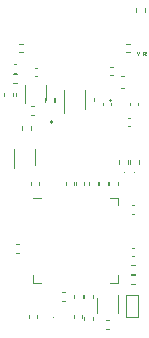
<source format=gto>
G04 #@! TF.GenerationSoftware,KiCad,Pcbnew,(6.0.8)*
G04 #@! TF.CreationDate,2022-10-20T21:47:42+02:00*
G04 #@! TF.ProjectId,helios,68656c69-6f73-42e6-9b69-6361645f7063,rev1.0*
G04 #@! TF.SameCoordinates,Original*
G04 #@! TF.FileFunction,Legend,Top*
G04 #@! TF.FilePolarity,Positive*
%FSLAX46Y46*%
G04 Gerber Fmt 4.6, Leading zero omitted, Abs format (unit mm)*
G04 Created by KiCad (PCBNEW (6.0.8)) date 2022-10-20 21:47:42*
%MOMM*%
%LPD*%
G01*
G04 APERTURE LIST*
%ADD10C,0.070000*%
%ADD11C,0.120000*%
%ADD12C,0.100000*%
%ADD13C,0.200000*%
%ADD14C,0.141419*%
G04 APERTURE END LIST*
D10*
G04 #@! TO.C,JP2*
X164120000Y-139745714D02*
X164220000Y-140045714D01*
X164320000Y-139745714D01*
X164852857Y-140045714D02*
X164752857Y-139902857D01*
X164681428Y-140045714D02*
X164681428Y-139745714D01*
X164795714Y-139745714D01*
X164824285Y-139760000D01*
X164838571Y-139774285D01*
X164852857Y-139802857D01*
X164852857Y-139845714D01*
X164838571Y-139874285D01*
X164824285Y-139888571D01*
X164795714Y-139902857D01*
X164681428Y-139902857D01*
D11*
G04 #@! TO.C,Q1*
X162520000Y-160320000D02*
X162520000Y-161870000D01*
X160720000Y-161870000D02*
X160720000Y-160570000D01*
G04 #@! TO.C,R5*
X153953641Y-142405000D02*
X153646359Y-142405000D01*
X153953641Y-141645000D02*
X153646359Y-141645000D01*
G04 #@! TO.C,R3*
X159660000Y-162483641D02*
X159660000Y-162176359D01*
X160420000Y-162483641D02*
X160420000Y-162176359D01*
G04 #@! TO.C,C3*
X161882164Y-141730000D02*
X162097836Y-141730000D01*
X161882164Y-141010000D02*
X162097836Y-141010000D01*
G04 #@! TO.C,U1*
X159760000Y-144600000D02*
X159760000Y-143000000D01*
X157960000Y-143000000D02*
X157960000Y-144900000D01*
G04 #@! TO.C,C1*
X153907836Y-141510000D02*
X153692164Y-141510000D01*
X153907836Y-140790000D02*
X153692164Y-140790000D01*
G04 #@! TO.C,U4*
X155315000Y-159310000D02*
X155315000Y-158660000D01*
X155965000Y-159310000D02*
X155315000Y-159310000D01*
X161885000Y-159310000D02*
X162535000Y-159310000D01*
X161885000Y-152090000D02*
X162535000Y-152090000D01*
X162535000Y-159310000D02*
X162535000Y-158660000D01*
X162535000Y-152090000D02*
X162535000Y-152740000D01*
X155965000Y-152090000D02*
X155315000Y-152090000D01*
G04 #@! TO.C,Q2*
X156425000Y-142525000D02*
X156425000Y-143825000D01*
X154625000Y-144075000D02*
X154625000Y-142525000D01*
G04 #@! TO.C,R14*
X157766359Y-160060000D02*
X158073641Y-160060000D01*
X157766359Y-160820000D02*
X158073641Y-160820000D01*
G04 #@! TO.C,C12*
X163692164Y-157060000D02*
X163907836Y-157060000D01*
X163692164Y-156340000D02*
X163907836Y-156340000D01*
G04 #@! TO.C,C9*
X160940000Y-150802164D02*
X160940000Y-151017836D01*
X161660000Y-150802164D02*
X161660000Y-151017836D01*
G04 #@! TO.C,R9*
X155146359Y-144360000D02*
X155453641Y-144360000D01*
X155146359Y-145120000D02*
X155453641Y-145120000D01*
G04 #@! TO.C,C5*
X161230000Y-144062164D02*
X161230000Y-144277836D01*
X161950000Y-144062164D02*
X161950000Y-144277836D01*
G04 #@! TO.C,R15*
X162640000Y-149223641D02*
X162640000Y-148916359D01*
X163400000Y-149223641D02*
X163400000Y-148916359D01*
G04 #@! TO.C,R2*
X156370000Y-143963641D02*
X156370000Y-143656359D01*
X157130000Y-143963641D02*
X157130000Y-143656359D01*
G04 #@! TO.C,R17*
X163646359Y-159405000D02*
X163953641Y-159405000D01*
X163646359Y-158645000D02*
X163953641Y-158645000D01*
G04 #@! TO.C,U5*
X155525000Y-148000000D02*
X155525000Y-149300000D01*
X153725000Y-149550000D02*
X153725000Y-148000000D01*
G04 #@! TO.C,C16*
X155130000Y-151017836D02*
X155130000Y-150802164D01*
X155850000Y-151017836D02*
X155850000Y-150802164D01*
G04 #@! TO.C,C17*
X158810000Y-151017836D02*
X158810000Y-150802164D01*
X158090000Y-151017836D02*
X158090000Y-150802164D01*
G04 #@! TO.C,R10*
X163530000Y-149223641D02*
X163530000Y-148916359D01*
X164290000Y-149223641D02*
X164290000Y-148916359D01*
D12*
G04 #@! TO.C,D2*
X163070000Y-149975000D02*
G75*
G03*
X163070000Y-149975000I-50000J0D01*
G01*
D11*
G04 #@! TO.C,R7*
X163226359Y-139810000D02*
X163533641Y-139810000D01*
X163226359Y-139050000D02*
X163533641Y-139050000D01*
G04 #@! TO.C,C19*
X159650000Y-160382164D02*
X159650000Y-160597836D01*
X160370000Y-160382164D02*
X160370000Y-160597836D01*
G04 #@! TO.C,R16*
X163953641Y-158530000D02*
X163646359Y-158530000D01*
X163953641Y-157770000D02*
X163646359Y-157770000D01*
G04 #@! TO.C,C8*
X154960000Y-162042164D02*
X154960000Y-162257836D01*
X155680000Y-162042164D02*
X155680000Y-162257836D01*
G04 #@! TO.C,D3*
X164800000Y-141050000D02*
G75*
G03*
X164800000Y-141050000I-10000J0D01*
G01*
G04 #@! TO.C,R13*
X159740000Y-143953641D02*
X159740000Y-143646359D01*
X160500000Y-143953641D02*
X160500000Y-143646359D01*
G04 #@! TO.C,R12*
X157980000Y-143963641D02*
X157980000Y-143656359D01*
X157220000Y-143963641D02*
X157220000Y-143656359D01*
G04 #@! TO.C,Y1*
X157075902Y-162250000D02*
G75*
G03*
X157075902Y-162250000I-55902J0D01*
G01*
D13*
G04 #@! TO.C,U3*
X157000000Y-145695000D02*
G75*
G03*
X157000000Y-145695000I-100000J0D01*
G01*
D11*
G04 #@! TO.C,C10*
X160810000Y-150802164D02*
X160810000Y-151017836D01*
X160090000Y-150802164D02*
X160090000Y-151017836D01*
D12*
G04 #@! TO.C,D1*
X163960000Y-149965000D02*
G75*
G03*
X163960000Y-149965000I-50000J0D01*
G01*
D11*
G04 #@! TO.C,C2*
X155467164Y-141835000D02*
X155682836Y-141835000D01*
X155467164Y-141115000D02*
X155682836Y-141115000D01*
G04 #@! TO.C,R1*
X161476359Y-163240000D02*
X161783641Y-163240000D01*
X161476359Y-162480000D02*
X161783641Y-162480000D01*
G04 #@! TO.C,C18*
X162510000Y-151017836D02*
X162510000Y-150802164D01*
X161790000Y-151017836D02*
X161790000Y-150802164D01*
D12*
G04 #@! TO.C,SW1*
X163240000Y-160370000D02*
X164240000Y-160370000D01*
X164240000Y-160370000D02*
X164240000Y-162170000D01*
X164240000Y-162170000D02*
X163240000Y-162170000D01*
X163240000Y-162170000D02*
X163240000Y-160370000D01*
G04 #@! TO.C,U2*
D14*
X161960709Y-143865000D02*
G75*
G03*
X161960709Y-143865000I-70709J0D01*
G01*
D11*
G04 #@! TO.C,C7*
X158780000Y-162257836D02*
X158780000Y-162042164D01*
X159500000Y-162257836D02*
X159500000Y-162042164D01*
G04 #@! TO.C,C15*
X154132836Y-156785000D02*
X153917164Y-156785000D01*
X154132836Y-156065000D02*
X153917164Y-156065000D01*
G04 #@! TO.C,C11*
X159530000Y-160382164D02*
X159530000Y-160597836D01*
X158810000Y-160382164D02*
X158810000Y-160597836D01*
G04 #@! TO.C,C13*
X163682164Y-152740000D02*
X163897836Y-152740000D01*
X163682164Y-153460000D02*
X163897836Y-153460000D01*
G04 #@! TO.C,F1*
X162747221Y-142820000D02*
X163072779Y-142820000D01*
X162747221Y-141800000D02*
X163072779Y-141800000D01*
G04 #@! TO.C,R11*
X154420000Y-146353641D02*
X154420000Y-146046359D01*
X155180000Y-146353641D02*
X155180000Y-146046359D01*
G04 #@! TO.C,C6*
X163362164Y-145330000D02*
X163577836Y-145330000D01*
X163362164Y-146050000D02*
X163577836Y-146050000D01*
G04 #@! TO.C,R8*
X154473641Y-139050000D02*
X154166359Y-139050000D01*
X154473641Y-139810000D02*
X154166359Y-139810000D01*
G04 #@! TO.C,R6*
X152895000Y-143221359D02*
X152895000Y-143528641D01*
X153655000Y-143221359D02*
X153655000Y-143528641D01*
G04 #@! TO.C,C4*
X163530000Y-144062164D02*
X163530000Y-144277836D01*
X164250000Y-144062164D02*
X164250000Y-144277836D01*
G04 #@! TO.C,R4*
X153920000Y-143528641D02*
X153920000Y-143221359D01*
X154680000Y-143528641D02*
X154680000Y-143221359D01*
G04 #@! TO.C,C14*
X158940000Y-151017836D02*
X158940000Y-150802164D01*
X159660000Y-151017836D02*
X159660000Y-150802164D01*
G04 #@! TO.C,FB1*
X164040000Y-136383641D02*
X164040000Y-136076359D01*
X164800000Y-136383641D02*
X164800000Y-136076359D01*
G04 #@! TD*
M02*

</source>
